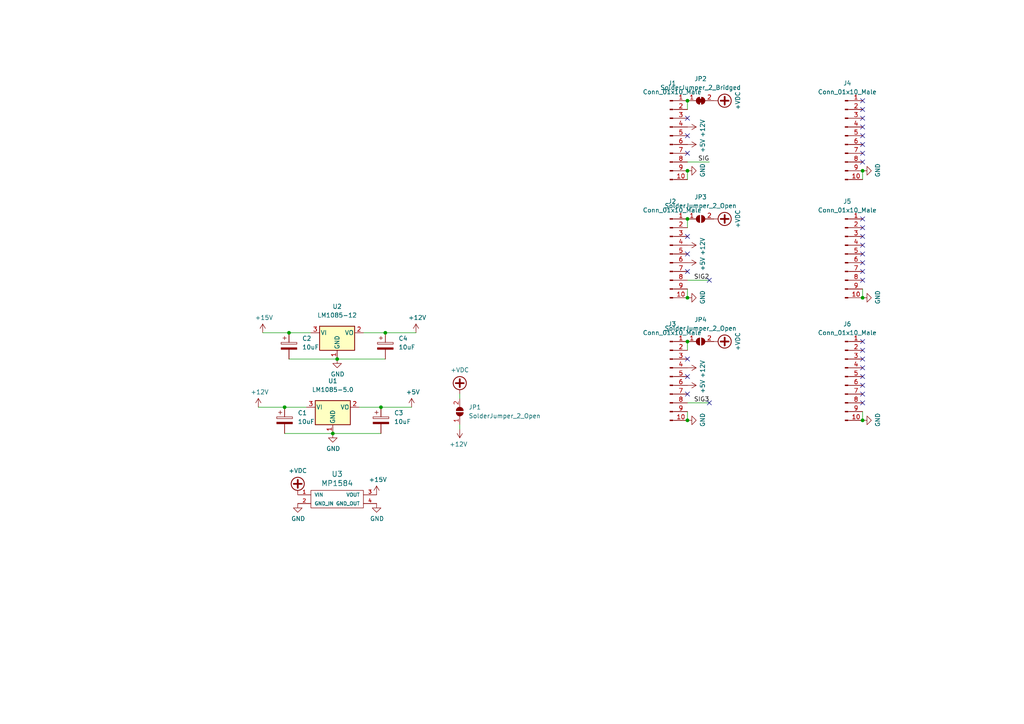
<source format=kicad_sch>
(kicad_sch (version 20211123) (generator eeschema)
  (paper "A4")
  (lib_symbols
    (symbol "Connector:Conn_01x10_Male" (pin_names (offset 1.016) hide)
      (property "Reference" "J" (at 0 12.7 0))
      (property "Value" "Conn_01x10_Male" (at 0 -15.24 0))
      (symbol "Conn_01x10_Male_1_1"
        (polyline (pts (xy 1.27 -12.7) (xy 0.8636 -12.7)) (stroke (width 0.1524)))
        (polyline (pts (xy 1.27 -10.16) (xy 0.8636 -10.16)) (stroke (width 0.1524)))
        (polyline (pts (xy 1.27 -7.62) (xy 0.8636 -7.62)) (stroke (width 0.1524)))
        (polyline (pts (xy 1.27 -5.08) (xy 0.8636 -5.08)) (stroke (width 0.1524)))
        (polyline (pts (xy 1.27 -2.54) (xy 0.8636 -2.54)) (stroke (width 0.1524)))
        (polyline (pts (xy 1.27 0) (xy 0.8636 0)) (stroke (width 0.1524)))
        (polyline (pts (xy 1.27 2.54) (xy 0.8636 2.54)) (stroke (width 0.1524)))
        (polyline (pts (xy 1.27 5.08) (xy 0.8636 5.08)) (stroke (width 0.1524)))
        (polyline (pts (xy 1.27 7.62) (xy 0.8636 7.62)) (stroke (width 0.1524)))
        (polyline (pts (xy 1.27 10.16) (xy 0.8636 10.16)) (stroke (width 0.1524)))
        (rectangle (start 0.8636 -12.573) (end 0 -12.827) (stroke (width 0.1524)) (fill (type outline)))
        (rectangle (start 0.8636 -10.033) (end 0 -10.287) (stroke (width 0.1524)) (fill (type outline)))
        (rectangle (start 0.8636 -7.493) (end 0 -7.747) (stroke (width 0.1524)) (fill (type outline)))
        (rectangle (start 0.8636 -4.953) (end 0 -5.207) (stroke (width 0.1524)) (fill (type outline)))
        (rectangle (start 0.8636 -2.413) (end 0 -2.667) (stroke (width 0.1524)) (fill (type outline)))
        (rectangle (start 0.8636 0.127) (end 0 -0.127) (stroke (width 0.1524)) (fill (type outline)))
        (rectangle (start 0.8636 2.667) (end 0 2.413) (stroke (width 0.1524)) (fill (type outline)))
        (rectangle (start 0.8636 5.207) (end 0 4.953) (stroke (width 0.1524)) (fill (type outline)))
        (rectangle (start 0.8636 7.747) (end 0 7.493) (stroke (width 0.1524)) (fill (type outline)))
        (rectangle (start 0.8636 10.287) (end 0 10.033) (stroke (width 0.1524)) (fill (type outline)))
        (pin passive line (at 5.08 10.16 180) (length 3.81) (name "Pin_1") (number "1"))
        (pin passive line (at 5.08 -12.7 180) (length 3.81) (name "Pin_10") (number "10"))
        (pin passive line (at 5.08 7.62 180) (length 3.81) (name "Pin_2") (number "2"))
        (pin passive line (at 5.08 5.08 180) (length 3.81) (name "Pin_3") (number "3"))
        (pin passive line (at 5.08 2.54 180) (length 3.81) (name "Pin_4") (number "4"))
        (pin passive line (at 5.08 0 180) (length 3.81) (name "Pin_5") (number "5"))
        (pin passive line (at 5.08 -2.54 180) (length 3.81) (name "Pin_6") (number "6"))
        (pin passive line (at 5.08 -5.08 180) (length 3.81) (name "Pin_7") (number "7"))
        (pin passive line (at 5.08 -7.62 180) (length 3.81) (name "Pin_8") (number "8"))
        (pin passive line (at 5.08 -10.16 180) (length 3.81) (name "Pin_9") (number "9"))
      )
    )
    (symbol "Device:C_Polarized" (pin_numbers hide) (pin_names (offset 0.254))
      (property "Reference" "C" (at 0.635 2.54 0))
      (property "Value" "C_Polarized" (at 0.635 -2.54 0))
      (symbol "C_Polarized_0_1"
        (rectangle (start -2.286 0.508) (end 2.286 1.016))
        (polyline (pts (xy -1.778 2.286) (xy -0.762 2.286)))
        (polyline (pts (xy -1.27 2.794) (xy -1.27 1.778)))
        (rectangle (start 2.286 -0.508) (end -2.286 -1.016) (fill (type outline)))
      )
      (symbol "C_Polarized_1_1"
        (pin passive line (at 0 3.81 270) (length 2.794) (name "~") (number "1"))
        (pin passive line (at 0 -3.81 90) (length 2.794) (name "~") (number "2"))
      )
    )
    (symbol "Jumper:SolderJumper_2_Bridged" (pin_names (offset 0) hide)
      (property "Reference" "JP" (at 0 2.032 0))
      (property "Value" "SolderJumper_2_Bridged" (at 0 -2.54 0))
      (symbol "SolderJumper_2_Bridged_0_1"
        (rectangle (start -0.508 0.508) (end 0.508 -0.508) (fill (type outline)))
        (arc (start -0.254 1.016) (mid -1.27 0) (end -0.254 -1.016))
        (arc (start -0.254 1.016) (mid -1.27 0) (end -0.254 -1.016) (fill (type outline)))
        (polyline (pts (xy -0.254 1.016) (xy -0.254 -1.016)))
        (polyline (pts (xy 0.254 1.016) (xy 0.254 -1.016)))
        (arc (start 0.254 -1.016) (mid 1.27 0) (end 0.254 1.016))
        (arc (start 0.254 -1.016) (mid 1.27 0) (end 0.254 1.016) (fill (type outline)))
      )
      (symbol "SolderJumper_2_Bridged_1_1"
        (pin passive line (at -3.81 0 0) (length 2.54) (name "A") (number "1"))
        (pin passive line (at 3.81 0 180) (length 2.54) (name "B") (number "2"))
      )
    )
    (symbol "Jumper:SolderJumper_2_Open" (pin_names (offset 0) hide)
      (property "Reference" "JP" (at 0 2.032 0))
      (property "Value" "SolderJumper_2_Open" (at 0 -2.54 0))
      (symbol "SolderJumper_2_Open_0_1"
        (arc (start -0.254 1.016) (mid -1.27 0) (end -0.254 -1.016))
        (arc (start -0.254 1.016) (mid -1.27 0) (end -0.254 -1.016) (fill (type outline)))
        (polyline (pts (xy -0.254 1.016) (xy -0.254 -1.016)))
        (polyline (pts (xy 0.254 1.016) (xy 0.254 -1.016)))
        (arc (start 0.254 -1.016) (mid 1.27 0) (end 0.254 1.016))
        (arc (start 0.254 -1.016) (mid 1.27 0) (end 0.254 1.016) (fill (type outline)))
      )
      (symbol "SolderJumper_2_Open_1_1"
        (pin passive line (at -3.81 0 0) (length 2.54) (name "A") (number "1"))
        (pin passive line (at 3.81 0 180) (length 2.54) (name "B") (number "2"))
      )
    )
    (symbol "Regulator_Linear:LM1085-12" (pin_names (offset 0.254))
      (property "Reference" "U" (at -3.81 3.175 0))
      (property "Value" "LM1085-12" (at 0 3.175 0))
      (symbol "LM1085-12_0_1"
        (rectangle (start -5.08 1.905) (end 5.08 -5.08) (stroke (width 0.254)) (fill (type background)))
      )
      (symbol "LM1085-12_1_1"
        (pin power_in line (at 0 -7.62 90) (length 2.54) (name "GND") (number "1"))
        (pin power_out line (at 7.62 0 180) (length 2.54) (name "VO") (number "2"))
        (pin power_in line (at -7.62 0 0) (length 2.54) (name "VI") (number "3"))
      )
    )
    (symbol "Regulator_Linear:LM1085-5.0" (pin_names (offset 0.254))
      (property "Reference" "U" (at -3.81 3.175 0))
      (property "Value" "LM1085-5.0" (at 0 3.175 0))
      (symbol "LM1085-5.0_0_1"
        (rectangle (start -5.08 1.905) (end 5.08 -5.08) (stroke (width 0.254)) (fill (type background)))
      )
      (symbol "LM1085-5.0_1_1"
        (pin power_in line (at 0 -7.62 90) (length 2.54) (name "GND") (number "1"))
        (pin power_out line (at 7.62 0 180) (length 2.54) (name "VO") (number "2"))
        (pin power_in line (at -7.62 0 0) (length 2.54) (name "VI") (number "3"))
      )
    )
    (symbol "mp1584:MP1584" (pin_names (offset 1.016))
      (property "Reference" "U" (at 6.35 -3.81 0))
      (property "Value" "MP1584" (at -3.81 -3.81 0))
      (symbol "MP1584_0_1"
        (rectangle (start -7.62 2.54) (end 7.62 -2.54))
      )
      (symbol "MP1584_1_1"
        (pin power_in line (at -11.43 1.27 0) (length 3.81) (name "VIN") (number "1"))
        (pin power_out line (at -11.43 -1.27 0) (length 3.81) (name "GND_IN") (number "2"))
        (pin power_out line (at 11.43 1.27 180) (length 3.81) (name "VOUT") (number "3"))
        (pin power_in line (at 11.43 -1.27 180) (length 3.81) (name "GND_OUT") (number "4"))
      )
    )
    (symbol "power:+12V" (power) (pin_names (offset 0))
      (property "Value" "+12V" (at 0 3.556 0))
      (symbol "+12V_0_1"
        (polyline (pts (xy -0.762 1.27) (xy 0 2.54)))
        (polyline (pts (xy 0 0) (xy 0 2.54)))
        (polyline (pts (xy 0 2.54) (xy 0.762 1.27)))
      )
      (symbol "+12V_1_1"
        (pin power_in line (at 0 0 90) (length 0) hide (name "+12V") (number "1"))
      )
    )
    (symbol "power:+15V" (power) (pin_names (offset 0))
      (property "Value" "+15V" (at 0 3.556 0))
      (symbol "+15V_0_1"
        (polyline (pts (xy -0.762 1.27) (xy 0 2.54)))
        (polyline (pts (xy 0 0) (xy 0 2.54)))
        (polyline (pts (xy 0 2.54) (xy 0.762 1.27)))
      )
      (symbol "+15V_1_1"
        (pin power_in line (at 0 0 90) (length 0) hide (name "+15V") (number "1"))
      )
    )
    (symbol "power:+5V" (power) (pin_names (offset 0))
      (property "Value" "+5V" (at 0 3.556 0))
      (symbol "+5V_0_1"
        (polyline (pts (xy -0.762 1.27) (xy 0 2.54)))
        (polyline (pts (xy 0 0) (xy 0 2.54)))
        (polyline (pts (xy 0 2.54) (xy 0.762 1.27)))
      )
      (symbol "+5V_1_1"
        (pin power_in line (at 0 0 90) (length 0) hide (name "+5V") (number "1"))
      )
    )
    (symbol "power:+VDC" (power) (pin_names (offset 0))
      (property "Value" "+VDC" (at 0 6.35 0))
      (symbol "+VDC_0_1"
        (polyline (pts (xy -1.143 3.175) (xy 1.143 3.175)) (stroke (width 0.508)))
        (polyline (pts (xy 0 0) (xy 0 1.27)))
        (polyline (pts (xy 0 2.032) (xy 0 4.318)) (stroke (width 0.508)))
        (circle (center 0 3.175) (radius 1.905) (stroke (width 0.254)))
      )
      (symbol "+VDC_1_1"
        (pin power_in line (at 0 0 90) (length 0) hide (name "+VDC") (number "1"))
      )
    )
    (symbol "power:GND" (power) (pin_names (offset 0))
      (property "Value" "GND" (at 0 -3.81 0))
      (symbol "GND_0_1"
        (polyline (pts (xy 0 0) (xy 0 -1.27) (xy 1.27 -1.27) (xy 0 -2.54) (xy -1.27 -1.27) (xy 0 -1.27)))
      )
      (symbol "GND_1_1"
        (pin power_in line (at 0 0 270) (length 0) hide (name "GND") (number "1"))
      )
    )
  )
  (junction (at 82.55 118.11))
  (junction (at 83.82 96.52))
  (junction (at 199.39 29.21))
  (junction (at 199.39 49.53))
  (junction (at 250.19 121.92))
  (junction (at 199.39 99.06))
  (junction (at 199.39 121.92))
  (junction (at 96.52 125.73))
  (junction (at 97.79 104.14))
  (junction (at 250.19 86.36))
  (junction (at 199.39 86.36))
  (junction (at 110.49 118.11))
  (junction (at 111.76 96.52))
  (junction (at 250.19 49.53))
  (junction (at 199.39 63.5))
  (no_connect (at 250.19 46.99))
  (no_connect (at 250.19 114.3))
  (no_connect (at 250.19 41.91))
  (no_connect (at 250.19 34.29))
  (no_connect (at 250.19 73.66))
  (no_connect (at 250.19 116.84))
  (no_connect (at 199.39 78.74))
  (no_connect (at 250.19 78.74))
  (no_connect (at 205.74 81.28))
  (no_connect (at 205.74 116.84))
  (no_connect (at 250.19 101.6))
  (no_connect (at 250.19 99.06))
  (no_connect (at 250.19 29.21))
  (no_connect (at 250.19 31.75))
  (no_connect (at 250.19 81.28))
  (no_connect (at 250.19 76.2))
  (no_connect (at 250.19 36.83))
  (no_connect (at 250.19 104.14))
  (no_connect (at 199.39 109.22))
  (no_connect (at 199.39 34.29))
  (no_connect (at 250.19 63.5))
  (no_connect (at 250.19 66.04))
  (no_connect (at 199.39 73.66))
  (no_connect (at 199.39 68.58))
  (no_connect (at 250.19 109.22))
  (no_connect (at 250.19 44.45))
  (no_connect (at 250.19 106.68))
  (no_connect (at 199.39 44.45))
  (no_connect (at 250.19 68.58))
  (no_connect (at 250.19 39.37))
  (no_connect (at 199.39 104.14))
  (no_connect (at 250.19 111.76))
  (no_connect (at 250.19 71.12))
  (no_connect (at 199.39 114.3))
  (no_connect (at 199.39 39.37))
  (wire (pts (xy 74.93 118.11) (xy 82.55 118.11)))
  (wire (pts (xy 250.19 83.82) (xy 250.19 86.36)))
  (wire (pts (xy 105.41 96.52) (xy 111.76 96.52)))
  (wire (pts (xy 199.39 29.21) (xy 199.39 31.75)))
  (wire (pts (xy 110.49 118.11) (xy 119.38 118.11)))
  (wire (pts (xy 205.74 81.28) (xy 199.39 81.28)))
  (wire (pts (xy 82.55 118.11) (xy 88.9 118.11)))
  (wire (pts (xy 250.19 49.53) (xy 250.19 52.07)))
  (wire (pts (xy 111.76 96.52) (xy 120.65 96.52)))
  (wire (pts (xy 133.35 114.3) (xy 133.35 115.57)))
  (wire (pts (xy 83.82 96.52) (xy 90.17 96.52)))
  (wire (pts (xy 76.2 96.52) (xy 83.82 96.52)))
  (wire (pts (xy 199.39 63.5) (xy 199.39 66.04)))
  (wire (pts (xy 104.14 118.11) (xy 110.49 118.11)))
  (wire (pts (xy 250.19 119.38) (xy 250.19 121.92)))
  (wire (pts (xy 199.39 49.53) (xy 199.39 52.07)))
  (wire (pts (xy 199.39 83.82) (xy 199.39 86.36)))
  (wire (pts (xy 205.74 46.99) (xy 199.39 46.99)))
  (wire (pts (xy 96.52 125.73) (xy 110.49 125.73)))
  (wire (pts (xy 205.74 116.84) (xy 199.39 116.84)))
  (wire (pts (xy 96.52 125.73) (xy 82.55 125.73)))
  (wire (pts (xy 199.39 99.06) (xy 199.39 101.6)))
  (wire (pts (xy 97.79 104.14) (xy 83.82 104.14)))
  (wire (pts (xy 133.35 124.46) (xy 133.35 123.19)))
  (wire (pts (xy 199.39 119.38) (xy 199.39 121.92)))
  (wire (pts (xy 97.79 104.14) (xy 111.76 104.14)))
  (label "SIG2" (at 205.74 81.28 180))
  (label "SIG3" (at 205.74 116.84 180))
  (label "SIG" (at 205.74 46.99 180))
  (symbol (lib_id "power:GND") (at 97.79 104.14 0) (unit 1)
    (property "Reference" "#PWR06" (effects hide))
    (property "Value" "GND" (at 97.917 108.5342 0))
  )
  (symbol (lib_id "power:+15V") (at 76.2 96.52 0) (unit 1)
    (property "Reference" "#PWR02" (effects hide))
    (property "Value" "+15V" (at 76.581 92.1258 0))
  )
  (symbol (lib_id "power:+12V") (at 120.65 96.52 0) (unit 1)
    (property "Reference" "#PWR010" (effects hide))
    (property "Value" "+12V" (at 121.031 92.1258 0))
  )
  (symbol (lib_id "mp1584:MP1584") (at 97.79 144.78 0) (unit 1)
    (property "Reference" "U3" (at 97.79 137.4902 0) (effects (font (size 1.524 1.524))))
    (property "Value" "MP1584" (at 97.79 140.1826 0) (effects (font (size 1.524 1.524))))
    (property "Footprint" "mp1584:MP1584" (effects hide))
  )
  (symbol (lib_id "power:GND") (at 86.36 146.05 0) (unit 1)
    (property "Reference" "#PWR04" (effects hide))
    (property "Value" "GND" (at 86.487 150.4442 0))
  )
  (symbol (lib_id "power:GND") (at 109.22 146.05 0) (unit 1)
    (property "Reference" "#PWR08" (effects hide))
    (property "Value" "GND" (at 109.347 150.4442 0))
  )
  (symbol (lib_id "power:+15V") (at 109.22 143.51 0) (unit 1)
    (property "Reference" "#PWR07" (effects hide))
    (property "Value" "+15V" (at 109.601 139.1158 0))
  )
  (symbol (lib_id "power:+VDC") (at 86.36 143.51 0) (unit 1)
    (property "Reference" "#PWR03" (effects hide))
    (property "Value" "+VDC" (at 86.36 136.525 0))
  )
  (symbol (lib_id "power:+VDC") (at 133.35 114.3 0) (unit 1)
    (property "Reference" "#PWR011" (effects hide))
    (property "Value" "+VDC" (at 133.35 107.315 0))
  )
  (symbol (lib_id "power:+12V") (at 133.35 124.46 180) (unit 1)
    (property "Reference" "#PWR012" (effects hide))
    (property "Value" "+12V" (at 132.969 128.8542 0))
  )
  (symbol (lib_id "power:GND") (at 96.52 125.73 0) (unit 1)
    (property "Reference" "#PWR05" (effects hide))
    (property "Value" "GND" (at 96.647 130.1242 0))
  )
  (symbol (lib_id "power:+12V") (at 74.93 118.11 0) (unit 1)
    (property "Reference" "#PWR01" (effects hide))
    (property "Value" "+12V" (at 75.311 113.7158 0))
  )
  (symbol (lib_id "power:+5V") (at 119.38 118.11 0) (unit 1)
    (property "Reference" "#PWR09" (effects hide))
    (property "Value" "+5V" (at 119.761 113.7158 0))
  )
  (symbol (lib_id "Device:C_Polarized") (at 111.76 100.33 0) (unit 1)
    (property "Reference" "C4" (at 115.57 98.1709 0) (effects (justify left)))
    (property "Value" "10uF" (at 115.57 100.7109 0) (effects (justify left)))
    (property "Footprint" "Capacitor_Tantalum_SMD:CP_EIA-6032-15_Kemet-U" (effects hide))
  )
  (symbol (lib_id "power:+VDC") (at 207.01 29.21 270) (unit 1)
    (property "Reference" "#PWR022" (effects hide))
    (property "Value" "+VDC" (at 213.995 29.21 0))
  )
  (symbol (lib_id "power:GND") (at 250.19 121.92 90) (unit 1)
    (property "Reference" "#PWR025" (effects hide))
    (property "Value" "GND" (at 254.5842 121.793 0))
  )
  (symbol (lib_id "Device:C_Polarized") (at 110.49 121.92 0) (unit 1)
    (property "Reference" "C3" (at 114.3 119.7609 0) (effects (justify left)))
    (property "Value" "10uF" (at 114.3 122.3009 0) (effects (justify left)))
    (property "Footprint" "Capacitor_Tantalum_SMD:CP_EIA-6032-15_Kemet-U" (effects hide))
  )
  (symbol (lib_id "power:+12V") (at 199.39 106.68 270) (unit 1)
    (property "Reference" "#PWR019" (effects hide))
    (property "Value" "+12V" (at 203.7842 107.061 0))
  )
  (symbol (lib_id "Jumper:SolderJumper_2_Open") (at 203.2 99.06 0) (unit 1)
    (property "Reference" "JP4" (at 203.2 92.71 0))
    (property "Value" "SolderJumper_2_Open" (at 203.2 95.25 0))
    (property "Footprint" "Jumper:SolderJumper-2_P1.3mm_Open_Pad1.0x1.5mm" (effects hide))
  )
  (symbol (lib_id "Connector:Conn_01x10_Male") (at 194.31 73.66 0) (unit 1)
    (property "Reference" "J2" (at 194.945 58.42 0))
    (property "Value" "Conn_01x10_Male" (at 194.945 60.96 0))
    (property "Footprint" "Connector_PinHeader_2.54mm:PinHeader_1x10_P2.54mm_Vertical" (effects hide))
  )
  (symbol (lib_id "power:+12V") (at 199.39 36.83 270) (unit 1)
    (property "Reference" "#PWR013" (effects hide))
    (property "Value" "+12V" (at 203.7842 37.211 0))
  )
  (symbol (lib_id "Jumper:SolderJumper_2_Bridged") (at 203.2 29.21 0) (unit 1)
    (property "Reference" "JP2" (at 203.2 22.86 0))
    (property "Value" "SolderJumper_2_Bridged" (at 203.2 25.4 0))
    (property "Footprint" "Jumper:SolderJumper-2_P1.3mm_Bridged_Pad1.0x1.5mm" (effects hide))
  )
  (symbol (lib_id "power:+VDC") (at 207.01 63.5 270) (unit 1)
    (property "Reference" "#PWR?" (effects hide))
    (property "Value" "+VDC" (at 213.995 63.5 0))
  )
  (symbol (lib_id "power:+5V") (at 199.39 76.2 270) (unit 1)
    (property "Reference" "#PWR017" (effects hide))
    (property "Value" "+5V" (at 203.7842 76.581 0))
  )
  (symbol (lib_id "Jumper:SolderJumper_2_Open") (at 203.2 63.5 0) (unit 1)
    (property "Reference" "JP3" (at 203.2 57.15 0))
    (property "Value" "SolderJumper_2_Open" (at 203.2 59.69 0))
    (property "Footprint" "Jumper:SolderJumper-2_P1.3mm_Open_Pad1.0x1.5mm" (effects hide))
  )
  (symbol (lib_id "power:GND") (at 250.19 49.53 90) (unit 1)
    (property "Reference" "#PWR023" (effects hide))
    (property "Value" "GND" (at 254.5842 49.403 0))
  )
  (symbol (lib_id "power:+5V") (at 199.39 111.76 270) (unit 1)
    (property "Reference" "#PWR020" (effects hide))
    (property "Value" "+5V" (at 203.7842 112.141 0))
  )
  (symbol (lib_id "Regulator_Linear:LM1085-5.0") (at 96.52 118.11 0) (unit 1)
    (property "Reference" "U1" (at 96.52 110.49 0))
    (property "Value" "LM1085-5.0" (at 96.52 113.03 0))
    (property "Footprint" "Package_TO_SOT_SMD:TO-263-3_TabPin2" (effects hide))
    (property "Datasheet" "http://www.ti.com/lit/ds/symlink/lm1085.pdf" (effects hide))
  )
  (symbol (lib_id "power:+12V") (at 199.39 71.12 270) (unit 1)
    (property "Reference" "#PWR016" (effects hide))
    (property "Value" "+12V" (at 203.7842 71.501 0))
  )
  (symbol (lib_id "Connector:Conn_01x10_Male") (at 245.11 109.22 0) (unit 1)
    (property "Reference" "J6" (at 245.745 93.98 0))
    (property "Value" "Conn_01x10_Male" (at 245.745 96.52 0))
    (property "Footprint" "Connector_PinHeader_2.54mm:PinHeader_1x10_P2.54mm_Vertical" (effects hide))
  )
  (symbol (lib_id "power:+5V") (at 199.39 41.91 270) (unit 1)
    (property "Reference" "#PWR014" (effects hide))
    (property "Value" "+5V" (at 203.7842 42.291 0))
  )
  (symbol (lib_id "Connector:Conn_01x10_Male") (at 194.31 109.22 0) (unit 1)
    (property "Reference" "J3" (at 194.945 93.98 0))
    (property "Value" "Conn_01x10_Male" (at 194.945 96.52 0))
    (property "Footprint" "Connector_PinHeader_2.54mm:PinHeader_1x10_P2.54mm_Vertical" (effects hide))
  )
  (symbol (lib_id "power:+VDC") (at 207.01 99.06 270) (unit 1)
    (property "Reference" "#PWR?" (effects hide))
    (property "Value" "+VDC" (at 213.995 99.06 0))
  )
  (symbol (lib_id "Regulator_Linear:LM1085-12") (at 97.79 96.52 0) (unit 1)
    (property "Reference" "U2" (at 97.79 88.9 0))
    (property "Value" "LM1085-12" (at 97.79 91.44 0))
    (property "Footprint" "Package_TO_SOT_SMD:TO-263-3_TabPin2" (effects hide))
    (property "Datasheet" "http://www.ti.com/lit/ds/symlink/lm1085.pdf" (effects hide))
  )
  (symbol (lib_id "Connector:Conn_01x10_Male") (at 245.11 39.37 0) (unit 1)
    (property "Reference" "J4" (at 245.745 24.13 0))
    (property "Value" "Conn_01x10_Male" (at 245.745 26.67 0))
    (property "Footprint" "Connector_PinHeader_2.54mm:PinHeader_1x10_P2.54mm_Vertical" (effects hide))
  )
  (symbol (lib_id "Connector:Conn_01x10_Male") (at 194.31 39.37 0) (unit 1)
    (property "Reference" "J1" (at 194.945 24.13 0))
    (property "Value" "Conn_01x10_Male" (at 194.945 26.67 0))
    (property "Footprint" "Connector_PinHeader_2.54mm:PinHeader_1x10_P2.54mm_Vertical" (effects hide))
  )
  (symbol (lib_id "Device:C_Polarized") (at 83.82 100.33 0) (unit 1)
    (property "Reference" "C2" (at 87.63 98.1709 0) (effects (justify left)))
    (property "Value" "10uF" (at 87.63 100.7109 0) (effects (justify left)))
    (property "Footprint" "Capacitor_Tantalum_SMD:CP_EIA-6032-15_Kemet-U" (effects hide))
  )
  (symbol (lib_id "Device:C_Polarized") (at 82.55 121.92 0) (unit 1)
    (property "Reference" "C1" (at 86.36 119.7609 0) (effects (justify left)))
    (property "Value" "10uF" (at 86.36 122.3009 0) (effects (justify left)))
    (property "Footprint" "Capacitor_Tantalum_SMD:CP_EIA-6032-15_Kemet-U" (effects hide))
  )
  (symbol (lib_id "power:GND") (at 199.39 121.92 90) (unit 1)
    (property "Reference" "#PWR021" (effects hide))
    (property "Value" "GND" (at 203.7842 121.793 0))
  )
  (symbol (lib_id "power:GND") (at 250.19 86.36 90) (unit 1)
    (property "Reference" "#PWR024" (effects hide))
    (property "Value" "GND" (at 254.5842 86.233 0))
  )
  (symbol (lib_id "power:GND") (at 199.39 49.53 90) (unit 1)
    (property "Reference" "#PWR015" (effects hide))
    (property "Value" "GND" (at 203.7842 49.403 0))
  )
  (symbol (lib_id "power:GND") (at 199.39 86.36 90) (unit 1)
    (property "Reference" "#PWR018" (effects hide))
    (property "Value" "GND" (at 203.7842 86.233 0))
  )
  (symbol (lib_id "Connector:Conn_01x10_Male") (at 245.11 73.66 0) (unit 1)
    (property "Reference" "J5" (at 245.745 58.42 0))
    (property "Value" "Conn_01x10_Male" (at 245.745 60.96 0))
    (property "Footprint" "Connector_PinHeader_2.54mm:PinHeader_1x10_P2.54mm_Vertical" (effects hide))
  )
  (symbol (lib_id "Jumper:SolderJumper_2_Open") (at 133.35 119.38 90) (unit 1)
    (property "Reference" "JP1" (at 135.89 118.1099 90) (effects (justify right)))
    (property "Value" "SolderJumper_2_Open" (at 135.89 120.6499 90) (effects (justify right)))
    (property "Footprint" "Jumper:SolderJumper-2_P1.3mm_Open_Pad1.0x1.5mm" (effects hide))
  )
)
</source>
